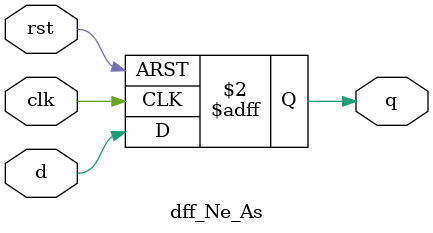
<source format=v>

module dff_Pe_As(q,d,clk,rst);
  input clk,rst,d;
  output reg q;
  
  always@ (posedge clk or posedge rst)
    if(rst)
      q=1'b0;
  	else
      q<=d;
  
endmodule


// ----------------------------------------------
// DFF NEGEDGE ASYNCHRONOUS
// ----------------------------------------------
module dff_Ne_As(q,d,clk,rst);
  input clk,rst,d;
  output reg q;
  
  always@ (negedge clk or posedge rst)
    if(rst)
      q=1'b0;
  	else
      q<=d;
  
endmodule


</source>
